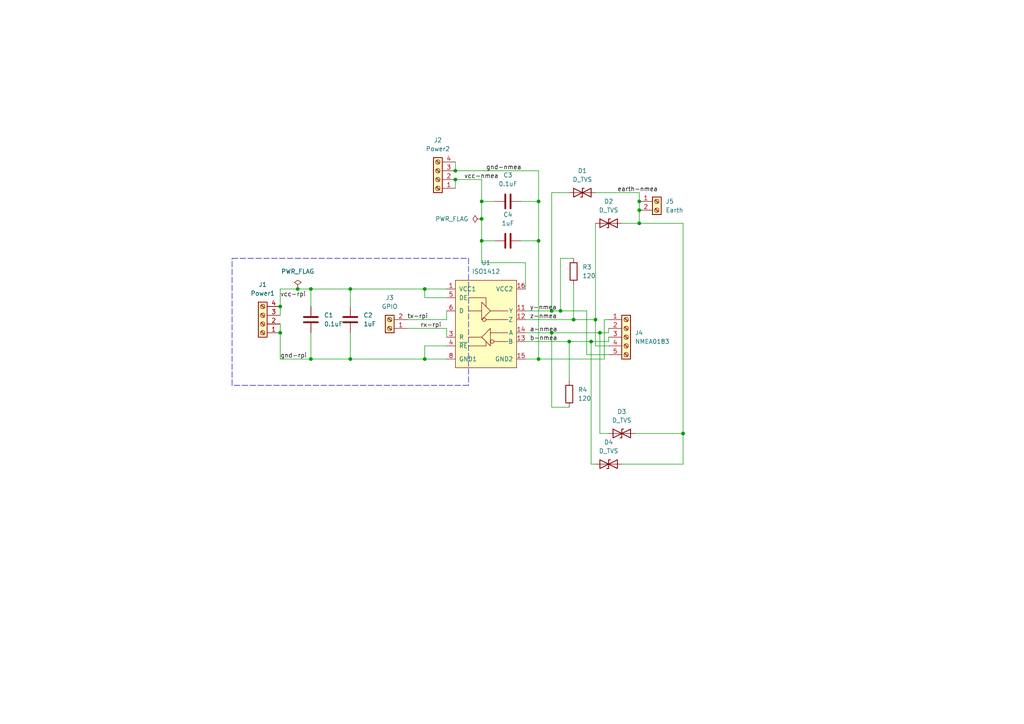
<source format=kicad_sch>
(kicad_sch (version 20211123) (generator eeschema)
  (paper "A4")
  (title_block (title "NMEA 0183 to TTL bridge") (rev "1.0"))
  (lib_symbols
    (symbol "Automated:ISO1412" (pin_names (offset 1.016))
      (property "Reference" "U" (at -8.89 13.97 0))
      (property "Value" "ISO1412" (at 0 -13.97 0))
      (symbol "ISO1412_0_1"
        (rectangle (start -8.89 12.7) (end 8.89 -12.7) (fill (type background)))
        (circle (center -0.508 1.27) (radius 0.508))
        (polyline (pts (xy 0 1.27) (xy 6.35 1.27)))
        (polyline (pts (xy 1.27 3.81) (xy 6.35 3.81)))
        (polyline (pts (xy -5.08 7.62) (xy 0 7.62) (xy 0 5.08)))
        (polyline (pts (xy -5.08 3.81) (xy -1.27 3.81) (xy -1.27 6.35) (xy 1.27 3.81) (xy -1.27 1.27) (xy -1.27 3.81)))
      )
      (symbol "ISO1412_1_1"
        (polyline (pts (xy -1.27 -3.81) (xy -5.08 -3.81)))
        (polyline (pts (xy 6.35 -5.08) (xy 2.286 -5.08)))
        (polyline (pts (xy 6.35 -2.54) (xy 1.27 -2.54)))
        (polyline (pts (xy -5.08 -6.35) (xy 0 -6.35) (xy 0 -5.08)))
        (polyline (pts (xy 1.27 -3.81) (xy 1.27 -6.35) (xy -1.27 -3.81) (xy 1.27 -1.27) (xy 1.27 -3.81)))
        (circle (center 1.778 -5.08) (radius 0.508))
        (pin power_in line (at -11.43 10.16 0) (length 2.54) (name "VCC1") (number "1"))
        (pin no_connect line (at 11.43 7.62 180) (length 2.54) hide (name "NC") (number "10"))
        (pin output line (at 11.43 3.81 180) (length 2.54) (name "Y") (number "11"))
        (pin output line (at 11.43 1.27 180) (length 2.54) (name "Z") (number "12"))
        (pin input line (at 11.43 -5.08 180) (length 2.54) (name "B") (number "13"))
        (pin input line (at 11.43 -2.54 180) (length 2.54) (name "A") (number "14"))
        (pin passive line (at 11.43 -10.16 180) (length 2.54) (name "GND2") (number "15"))
        (pin power_in line (at 11.43 10.16 180) (length 2.54) (name "VCC2") (number "16"))
        (pin passive line (at -11.43 -10.16 0) (length 2.54) hide (name "GND1") (number "2"))
        (pin output line (at -11.43 -3.81 0) (length 2.54) (name "R") (number "3"))
        (pin input line (at -11.43 -6.35 0) (length 2.54) (name "~{RE}") (number "4"))
        (pin input line (at -11.43 7.62 0) (length 2.54) (name "DE") (number "5"))
        (pin input line (at -11.43 3.81 0) (length 2.54) (name "D") (number "6"))
        (pin no_connect line (at -11.43 0 0) (length 2.54) hide (name "NC") (number "7"))
        (pin passive line (at -11.43 -10.16 0) (length 2.54) (name "GND1") (number "8"))
        (pin passive line (at 11.43 -10.16 180) (length 2.54) hide (name "GND2") (number "9"))
      )
    )
    (symbol "Connector:Screw_Terminal_01x02" (pin_names (offset 1.016) hide)
      (property "Reference" "J" (at 0 2.54 0))
      (property "Value" "Screw_Terminal_01x02" (at 0 -5.08 0))
      (symbol "Screw_Terminal_01x02_1_1"
        (rectangle (start -1.27 1.27) (end 1.27 -3.81) (stroke (width 0.254)) (fill (type background)))
        (circle (center 0 -2.54) (radius 0.635) (stroke (width 0.1524)))
        (polyline (pts (xy -0.5334 -2.2098) (xy 0.3302 -3.048)) (stroke (width 0.1524)))
        (polyline (pts (xy -0.5334 0.3302) (xy 0.3302 -0.508)) (stroke (width 0.1524)))
        (polyline (pts (xy -0.3556 -2.032) (xy 0.508 -2.8702)) (stroke (width 0.1524)))
        (polyline (pts (xy -0.3556 0.508) (xy 0.508 -0.3302)) (stroke (width 0.1524)))
        (circle (center 0 0) (radius 0.635) (stroke (width 0.1524)))
        (pin passive line (at -5.08 0 0) (length 3.81) (name "Pin_1") (number "1"))
        (pin passive line (at -5.08 -2.54 0) (length 3.81) (name "Pin_2") (number "2"))
      )
    )
    (symbol "Connector:Screw_Terminal_01x04" (pin_names (offset 1.016) hide)
      (property "Reference" "J" (at 0 5.08 0))
      (property "Value" "Screw_Terminal_01x04" (at 0 -7.62 0))
      (symbol "Screw_Terminal_01x04_1_1"
        (rectangle (start -1.27 3.81) (end 1.27 -6.35) (stroke (width 0.254)) (fill (type background)))
        (circle (center 0 -5.08) (radius 0.635) (stroke (width 0.1524)))
        (circle (center 0 -2.54) (radius 0.635) (stroke (width 0.1524)))
        (polyline (pts (xy -0.5334 -4.7498) (xy 0.3302 -5.588)) (stroke (width 0.1524)))
        (polyline (pts (xy -0.5334 -2.2098) (xy 0.3302 -3.048)) (stroke (width 0.1524)))
        (polyline (pts (xy -0.5334 0.3302) (xy 0.3302 -0.508)) (stroke (width 0.1524)))
        (polyline (pts (xy -0.5334 2.8702) (xy 0.3302 2.032)) (stroke (width 0.1524)))
        (polyline (pts (xy -0.3556 -4.572) (xy 0.508 -5.4102)) (stroke (width 0.1524)))
        (polyline (pts (xy -0.3556 -2.032) (xy 0.508 -2.8702)) (stroke (width 0.1524)))
        (polyline (pts (xy -0.3556 0.508) (xy 0.508 -0.3302)) (stroke (width 0.1524)))
        (polyline (pts (xy -0.3556 3.048) (xy 0.508 2.2098)) (stroke (width 0.1524)))
        (circle (center 0 0) (radius 0.635) (stroke (width 0.1524)))
        (circle (center 0 2.54) (radius 0.635) (stroke (width 0.1524)))
        (pin passive line (at -5.08 2.54 0) (length 3.81) (name "Pin_1") (number "1"))
        (pin passive line (at -5.08 0 0) (length 3.81) (name "Pin_2") (number "2"))
        (pin passive line (at -5.08 -2.54 0) (length 3.81) (name "Pin_3") (number "3"))
        (pin passive line (at -5.08 -5.08 0) (length 3.81) (name "Pin_4") (number "4"))
      )
    )
    (symbol "Connector:Screw_Terminal_01x05" (pin_names (offset 1.016) hide)
      (property "Reference" "J" (at 0 7.62 0))
      (property "Value" "Screw_Terminal_01x05" (at 0 -7.62 0))
      (symbol "Screw_Terminal_01x05_1_1"
        (rectangle (start -1.27 6.35) (end 1.27 -6.35) (stroke (width 0.254)) (fill (type background)))
        (circle (center 0 -5.08) (radius 0.635) (stroke (width 0.1524)))
        (circle (center 0 -2.54) (radius 0.635) (stroke (width 0.1524)))
        (polyline (pts (xy -0.5334 -4.7498) (xy 0.3302 -5.588)) (stroke (width 0.1524)))
        (polyline (pts (xy -0.5334 -2.2098) (xy 0.3302 -3.048)) (stroke (width 0.1524)))
        (polyline (pts (xy -0.5334 0.3302) (xy 0.3302 -0.508)) (stroke (width 0.1524)))
        (polyline (pts (xy -0.5334 2.8702) (xy 0.3302 2.032)) (stroke (width 0.1524)))
        (polyline (pts (xy -0.5334 5.4102) (xy 0.3302 4.572)) (stroke (width 0.1524)))
        (polyline (pts (xy -0.3556 -4.572) (xy 0.508 -5.4102)) (stroke (width 0.1524)))
        (polyline (pts (xy -0.3556 -2.032) (xy 0.508 -2.8702)) (stroke (width 0.1524)))
        (polyline (pts (xy -0.3556 0.508) (xy 0.508 -0.3302)) (stroke (width 0.1524)))
        (polyline (pts (xy -0.3556 3.048) (xy 0.508 2.2098)) (stroke (width 0.1524)))
        (polyline (pts (xy -0.3556 5.588) (xy 0.508 4.7498)) (stroke (width 0.1524)))
        (circle (center 0 0) (radius 0.635) (stroke (width 0.1524)))
        (circle (center 0 2.54) (radius 0.635) (stroke (width 0.1524)))
        (circle (center 0 5.08) (radius 0.635) (stroke (width 0.1524)))
        (pin passive line (at -5.08 5.08 0) (length 3.81) (name "Pin_1") (number "1"))
        (pin passive line (at -5.08 2.54 0) (length 3.81) (name "Pin_2") (number "2"))
        (pin passive line (at -5.08 0 0) (length 3.81) (name "Pin_3") (number "3"))
        (pin passive line (at -5.08 -2.54 0) (length 3.81) (name "Pin_4") (number "4"))
        (pin passive line (at -5.08 -5.08 0) (length 3.81) (name "Pin_5") (number "5"))
      )
    )
    (symbol "Device:C" (pin_numbers hide) (pin_names (offset 0.254))
      (property "Reference" "C" (at 0.635 2.54 0))
      (property "Value" "C" (at 0.635 -2.54 0))
      (symbol "C_0_1"
        (polyline (pts (xy -2.032 -0.762) (xy 2.032 -0.762)) (stroke (width 0.508)))
        (polyline (pts (xy -2.032 0.762) (xy 2.032 0.762)) (stroke (width 0.508)))
      )
      (symbol "C_1_1"
        (pin passive line (at 0 3.81 270) (length 2.794) (name "~") (number "1"))
        (pin passive line (at 0 -3.81 90) (length 2.794) (name "~") (number "2"))
      )
    )
    (symbol "Device:D_TVS" (pin_numbers hide) (pin_names (offset 1.016) hide)
      (property "Reference" "D" (at 0 2.54 0))
      (property "Value" "D_TVS" (at 0 -2.54 0))
      (symbol "D_TVS_0_1"
        (polyline (pts (xy 1.27 0) (xy -1.27 0)))
        (polyline (pts (xy 0.508 1.27) (xy 0 1.27) (xy 0 -1.27) (xy -0.508 -1.27)) (stroke (width 0.254)))
        (polyline (pts (xy -2.54 1.27) (xy -2.54 -1.27) (xy 2.54 1.27) (xy 2.54 -1.27) (xy -2.54 1.27)) (stroke (width 0.254)))
      )
      (symbol "D_TVS_1_1"
        (pin passive line (at -3.81 0 0) (length 2.54) (name "A1") (number "1"))
        (pin passive line (at 3.81 0 180) (length 2.54) (name "A2") (number "2"))
      )
    )
    (symbol "Device:R" (pin_numbers hide) (pin_names (offset 0))
      (property "Reference" "R" (at 2.032 0 90))
      (property "Value" "R" (at 0 0 90))
      (symbol "R_0_1"
        (rectangle (start -1.016 -2.54) (end 1.016 2.54) (stroke (width 0.254)))
      )
      (symbol "R_1_1"
        (pin passive line (at 0 3.81 270) (length 1.27) (name "~") (number "1"))
        (pin passive line (at 0 -3.81 90) (length 1.27) (name "~") (number "2"))
      )
    )
    (symbol "power:PWR_FLAG" (power) (pin_numbers hide) (pin_names (offset 0) hide)
      (property "Value" "PWR_FLAG" (at 0 3.81 0))
      (symbol "PWR_FLAG_0_0"
        (pin power_out line (at 0 0 90) (length 0) (name "pwr") (number "1"))
      )
      (symbol "PWR_FLAG_0_1"
        (polyline (pts (xy 0 0) (xy 0 1.27) (xy -1.016 1.905) (xy 0 2.54) (xy 1.016 1.905) (xy 0 1.27)))
      )
    )
  )
  (junction (at 139.7 58.42))
  (junction (at 86.36 83.82))
  (junction (at 165.1 99.06))
  (junction (at 162.56 90.17))
  (junction (at 156.21 69.85))
  (junction (at 123.19 83.82))
  (junction (at 160.02 90.17))
  (junction (at 81.28 96.52))
  (junction (at 185.42 64.77))
  (junction (at 171.45 99.06))
  (junction (at 132.08 49.53))
  (junction (at 101.6 83.82))
  (junction (at 81.28 88.9))
  (junction (at 166.37 92.71))
  (junction (at 123.19 104.14))
  (junction (at 101.6 104.14))
  (junction (at 185.42 58.42))
  (junction (at 185.42 60.96))
  (junction (at 139.7 69.85))
  (junction (at 132.08 52.07))
  (junction (at 156.21 58.42))
  (junction (at 172.72 92.71))
  (junction (at 139.7 63.5))
  (junction (at 156.21 104.14))
  (junction (at 173.99 96.52))
  (junction (at 90.17 104.14))
  (junction (at 90.17 83.82))
  (junction (at 160.02 96.52))
  (junction (at 198.12 125.73))
  (wire (pts (xy 81.28 96.52) (xy 81.28 93.98)))
  (wire (pts (xy 162.56 90.17) (xy 162.56 74.93)))
  (wire (pts (xy 152.4 104.14) (xy 156.21 104.14)))
  (wire (pts (xy 139.7 58.42) (xy 143.51 58.42)))
  (wire (pts (xy 152.4 76.2) (xy 152.4 83.82)))
  (wire (pts (xy 198.12 134.62) (xy 198.12 125.73)))
  (wire (pts (xy 101.6 104.14) (xy 90.17 104.14)))
  (wire (pts (xy 170.18 90.17) (xy 170.18 102.87)))
  (wire (pts (xy 160.02 96.52) (xy 173.99 96.52)))
  (wire (pts (xy 160.02 118.11) (xy 165.1 118.11)))
  (wire (pts (xy 81.28 88.9) (xy 81.28 91.44)))
  (wire (pts (xy 123.19 104.14) (xy 123.19 100.33)))
  (wire (pts (xy 160.02 90.17) (xy 160.02 55.88)))
  (wire (pts (xy 152.4 96.52) (xy 160.02 96.52)))
  (wire (pts (xy 166.37 92.71) (xy 172.72 92.71)))
  (wire (pts (xy 185.42 55.88) (xy 185.42 58.42)))
  (wire (pts (xy 175.26 104.14) (xy 175.26 92.71)))
  (wire (pts (xy 139.7 52.07) (xy 139.7 58.42)))
  (wire (pts (xy 123.19 100.33) (xy 129.54 100.33)))
  (wire (pts (xy 198.12 64.77) (xy 198.12 125.73)))
  (wire (pts (xy 86.36 83.82) (xy 90.17 83.82)))
  (wire (pts (xy 165.1 99.06) (xy 171.45 99.06)))
  (wire (pts (xy 171.45 134.62) (xy 172.72 134.62)))
  (wire (pts (xy 160.02 96.52) (xy 160.02 118.11)))
  (wire (pts (xy 90.17 83.82) (xy 101.6 83.82)))
  (wire (pts (xy 170.18 102.87) (xy 176.53 102.87)))
  (wire (pts (xy 118.11 95.25) (xy 129.54 95.25)))
  (wire (pts (xy 139.7 69.85) (xy 143.51 69.85)))
  (wire (pts (xy 132.08 49.53) (xy 156.21 49.53)))
  (wire (pts (xy 152.4 99.06) (xy 165.1 99.06)))
  (wire (pts (xy 172.72 64.77) (xy 172.72 92.71)))
  (wire (pts (xy 81.28 104.14) (xy 90.17 104.14)))
  (polyline (pts (xy 67.31 111.76) (xy 67.31 74.93)))
  (wire (pts (xy 139.7 69.85) (xy 139.7 76.2)))
  (wire (pts (xy 151.13 69.85) (xy 156.21 69.85)))
  (wire (pts (xy 129.54 92.71) (xy 129.54 90.17)))
  (wire (pts (xy 162.56 90.17) (xy 170.18 90.17)))
  (wire (pts (xy 173.99 96.52) (xy 173.99 125.73)))
  (wire (pts (xy 172.72 92.71) (xy 172.72 100.33)))
  (wire (pts (xy 162.56 74.93) (xy 166.37 74.93)))
  (wire (pts (xy 139.7 63.5) (xy 139.7 69.85)))
  (wire (pts (xy 101.6 96.52) (xy 101.6 104.14)))
  (wire (pts (xy 123.19 86.36) (xy 129.54 86.36)))
  (wire (pts (xy 176.53 96.52) (xy 176.53 95.25)))
  (wire (pts (xy 90.17 83.82) (xy 90.17 88.9)))
  (wire (pts (xy 118.11 92.71) (xy 129.54 92.71)))
  (wire (pts (xy 129.54 95.25) (xy 129.54 97.79)))
  (wire (pts (xy 156.21 49.53) (xy 156.21 58.42)))
  (wire (pts (xy 198.12 64.77) (xy 185.42 64.77)))
  (wire (pts (xy 173.99 96.52) (xy 176.53 96.52)))
  (wire (pts (xy 171.45 99.06) (xy 171.45 134.62)))
  (wire (pts (xy 165.1 99.06) (xy 165.1 110.49)))
  (wire (pts (xy 152.4 92.71) (xy 166.37 92.71)))
  (wire (pts (xy 185.42 58.42) (xy 185.42 60.96)))
  (wire (pts (xy 81.28 104.14) (xy 81.28 96.52)))
  (wire (pts (xy 132.08 52.07) (xy 132.08 54.61)))
  (wire (pts (xy 123.19 83.82) (xy 129.54 83.82)))
  (wire (pts (xy 171.45 99.06) (xy 176.53 99.06)))
  (wire (pts (xy 160.02 90.17) (xy 162.56 90.17)))
  (wire (pts (xy 101.6 83.82) (xy 101.6 88.9)))
  (wire (pts (xy 172.72 55.88) (xy 185.42 55.88)))
  (wire (pts (xy 175.26 92.71) (xy 176.53 92.71)))
  (wire (pts (xy 172.72 100.33) (xy 176.53 100.33)))
  (wire (pts (xy 81.28 83.82) (xy 81.28 88.9)))
  (wire (pts (xy 184.15 125.73) (xy 198.12 125.73)))
  (wire (pts (xy 139.7 58.42) (xy 139.7 63.5)))
  (polyline (pts (xy 135.89 74.93) (xy 135.89 111.76)))
  (wire (pts (xy 152.4 90.17) (xy 160.02 90.17)))
  (wire (pts (xy 185.42 60.96) (xy 185.42 64.77)))
  (wire (pts (xy 156.21 58.42) (xy 156.21 69.85)))
  (wire (pts (xy 173.99 125.73) (xy 176.53 125.73)))
  (wire (pts (xy 180.34 64.77) (xy 185.42 64.77)))
  (wire (pts (xy 81.28 83.82) (xy 86.36 83.82)))
  (wire (pts (xy 132.08 52.07) (xy 139.7 52.07)))
  (polyline (pts (xy 67.31 74.93) (xy 135.89 74.93)))
  (wire (pts (xy 160.02 55.88) (xy 165.1 55.88)))
  (wire (pts (xy 132.08 46.99) (xy 132.08 49.53)))
  (wire (pts (xy 101.6 104.14) (xy 123.19 104.14)))
  (wire (pts (xy 156.21 104.14) (xy 175.26 104.14)))
  (wire (pts (xy 180.34 134.62) (xy 198.12 134.62)))
  (wire (pts (xy 156.21 69.85) (xy 156.21 104.14)))
  (wire (pts (xy 123.19 104.14) (xy 129.54 104.14)))
  (wire (pts (xy 176.53 99.06) (xy 176.53 97.79)))
  (wire (pts (xy 101.6 83.82) (xy 123.19 83.82)))
  (wire (pts (xy 90.17 96.52) (xy 90.17 104.14)))
  (wire (pts (xy 151.13 58.42) (xy 156.21 58.42)))
  (wire (pts (xy 123.19 83.82) (xy 123.19 86.36)))
  (wire (pts (xy 139.7 76.2) (xy 152.4 76.2)))
  (polyline (pts (xy 135.89 111.76) (xy 67.31 111.76)))
  (wire (pts (xy 166.37 92.71) (xy 166.37 82.55)))
  (label "b-nmea" (at 153.67 99.06 0))
  (label "vcc-nmea" (at 134.62 52.07 0))
  (label "gnd-rpi" (at 81.28 104.14 0))
  (label "a-nmea" (at 153.67 96.52 0))
  (label "y-nmea" (at 153.67 90.17 0))
  (label "gnd-nmea" (at 140.97 49.53 0))
  (label "earth-nmea" (at 179.07 55.88 0))
  (label "tx-rpi" (at 118.11 92.71 0))
  (label "rx-rpi" (at 121.92 95.25 0))
  (label "z-nmea" (at 153.67 92.71 0))
  (label "vcc-rpi" (at 81.28 86.36 0))
  (symbol (lib_id "Device:D_TVS") (at 180.34 125.73 0) (unit 1)
    (property "Reference" "D3" (at 180.34 119.38 0))
    (property "Value" "D_TVS" (at 180.34 121.92 0))
    (property "Footprint" "Diode_SMD:D_1812_4532Metric_Pad1.30x3.40mm_HandSolder" (effects hide))
  )
  (symbol (lib_id "Device:R") (at 166.37 78.74 0) (unit 1)
    (property "Reference" "R3" (at 168.91 77.4699 0) (effects (justify left)))
    (property "Value" "120" (at 168.91 80.0099 0) (effects (justify left)))
    (property "Footprint" "Resistor_SMD:R_0603_1608Metric_Pad0.98x0.95mm_HandSolder" (effects hide))
  )
  (symbol (lib_id "Device:D_TVS") (at 176.53 134.62 0) (unit 1)
    (property "Reference" "D4" (at 176.53 128.27 0))
    (property "Value" "D_TVS" (at 176.53 130.81 0))
    (property "Footprint" "Diode_SMD:D_1812_4532Metric_Pad1.30x3.40mm_HandSolder" (effects hide))
  )
  (symbol (lib_id "Connector:Screw_Terminal_01x04") (at 127 52.07 180) (unit 1)
    (property "Reference" "J2" (at 127 40.64 0))
    (property "Value" "Power2" (at 127 43.18 0))
    (property "Footprint" "TerminalBlock_RND:TerminalBlock_RND_205-00003_1x04_P5.00mm_Horizontal" (effects hide))
  )
  (symbol (lib_id "Connector:Screw_Terminal_01x05") (at 181.61 97.79 0) (unit 1)
    (property "Reference" "J4" (at 184.15 96.5199 0) (effects (justify left)))
    (property "Value" "NMEA0183" (at 184.15 99.0599 0) (effects (justify left)))
    (property "Footprint" "TerminalBlock_RND:TerminalBlock_RND_205-00004_1x05_P5.00mm_Horizontal" (effects hide))
  )
  (symbol (lib_id "Device:D_TVS") (at 168.91 55.88 0) (unit 1)
    (property "Reference" "D1" (at 168.91 49.53 0))
    (property "Value" "D_TVS" (at 168.91 52.07 0))
    (property "Footprint" "Diode_SMD:D_1812_4532Metric_Pad1.30x3.40mm_HandSolder" (effects hide))
    (property "Datasheet" "https://www.eaton.com/content/dam/eaton/products/electronic-components/resources/data-sheet/eaton-p6smb-tvs-diode-power-esd-suppressor-data-sheet.pdf" (effects hide))
  )
  (symbol (lib_id "power:PWR_FLAG") (at 139.7 63.5 90) (unit 1)
    (property "Reference" "#FLG0102" (effects hide))
    (property "Value" "PWR_FLAG" (at 135.89 63.4999 90) (effects (justify left)))
  )
  (symbol (lib_id "Connector:Screw_Terminal_01x04") (at 76.2 93.98 180) (unit 1)
    (property "Reference" "J1" (at 76.2 82.55 0))
    (property "Value" "Power1" (at 76.2 85.09 0))
    (property "Footprint" "TerminalBlock_RND:TerminalBlock_RND_205-00003_1x04_P5.00mm_Horizontal" (effects hide))
  )
  (symbol (lib_id "Device:R") (at 165.1 114.3 0) (unit 1)
    (property "Reference" "R4" (at 167.64 113.0299 0) (effects (justify left)))
    (property "Value" "120" (at 167.64 115.5699 0) (effects (justify left)))
    (property "Footprint" "Resistor_SMD:R_0603_1608Metric_Pad0.98x0.95mm_HandSolder" (effects hide))
  )
  (symbol (lib_id "Device:C") (at 147.32 58.42 90) (unit 1)
    (property "Reference" "C3" (at 147.32 50.8 90))
    (property "Value" "0.1uF" (at 147.32 53.34 90))
    (property "Footprint" "Capacitor_SMD:C_0603_1608Metric_Pad1.08x0.95mm_HandSolder" (effects hide))
  )
  (symbol (lib_id "Automated:ISO1412") (at 140.97 93.98 0) (unit 1)
    (property "Reference" "U1" (at 140.97 76.2 0))
    (property "Value" "ISO1412" (at 140.97 78.74 0))
    (property "Footprint" "Package_SO:SOIC-16W_7.5x10.3mm_P1.27mm" (effects hide))
    (property "Datasheet" "http://www.ti.com/product/ISO1412" (effects hide))
  )
  (symbol (lib_id "Device:D_TVS") (at 176.53 64.77 0) (unit 1)
    (property "Reference" "D2" (at 176.53 58.42 0))
    (property "Value" "D_TVS" (at 176.53 60.96 0))
    (property "Footprint" "Diode_SMD:D_1812_4532Metric_Pad1.30x3.40mm_HandSolder" (effects hide))
  )
  (symbol (lib_id "Device:C") (at 90.17 92.71 0) (unit 1)
    (property "Reference" "C1" (at 93.98 91.4399 0) (effects (justify left)))
    (property "Value" "0.1uF" (at 93.98 93.9799 0) (effects (justify left)))
    (property "Footprint" "Capacitor_SMD:C_0603_1608Metric_Pad1.08x0.95mm_HandSolder" (effects hide))
  )
  (symbol (lib_id "Device:C") (at 101.6 92.71 0) (unit 1)
    (property "Reference" "C2" (at 105.41 91.4399 0) (effects (justify left)))
    (property "Value" "1uF" (at 105.41 93.9799 0) (effects (justify left)))
    (property "Footprint" "Capacitor_SMD:C_0603_1608Metric_Pad1.08x0.95mm_HandSolder" (effects hide))
  )
  (symbol (lib_id "Connector:Screw_Terminal_01x02") (at 113.03 95.25 180) (unit 1)
    (property "Reference" "J3" (at 113.03 86.36 0))
    (property "Value" "GPIO" (at 113.03 88.9 0))
    (property "Footprint" "TerminalBlock_RND:TerminalBlock_RND_205-00001_1x02_P5.00mm_Horizontal" (effects hide))
  )
  (symbol (lib_id "Connector:Screw_Terminal_01x02") (at 190.5 58.42 0) (unit 1)
    (property "Reference" "J5" (at 193.04 58.4199 0) (effects (justify left)))
    (property "Value" "Earth" (at 193.04 60.9599 0) (effects (justify left)))
    (property "Footprint" "TerminalBlock_RND:TerminalBlock_RND_205-00001_1x02_P5.00mm_Horizontal" (effects hide))
  )
  (symbol (lib_id "Device:C") (at 147.32 69.85 90) (unit 1)
    (property "Reference" "C4" (at 147.32 62.23 90))
    (property "Value" "1uF" (at 147.32 64.77 90))
    (property "Footprint" "Capacitor_SMD:C_0603_1608Metric_Pad1.08x0.95mm_HandSolder" (effects hide))
  )
  (symbol (lib_id "power:PWR_FLAG") (at 86.36 83.82 0) (unit 1)
    (property "Reference" "#FLG0101" (effects hide))
    (property "Value" "PWR_FLAG" (at 86.36 78.74 0))
  )
)
</source>
